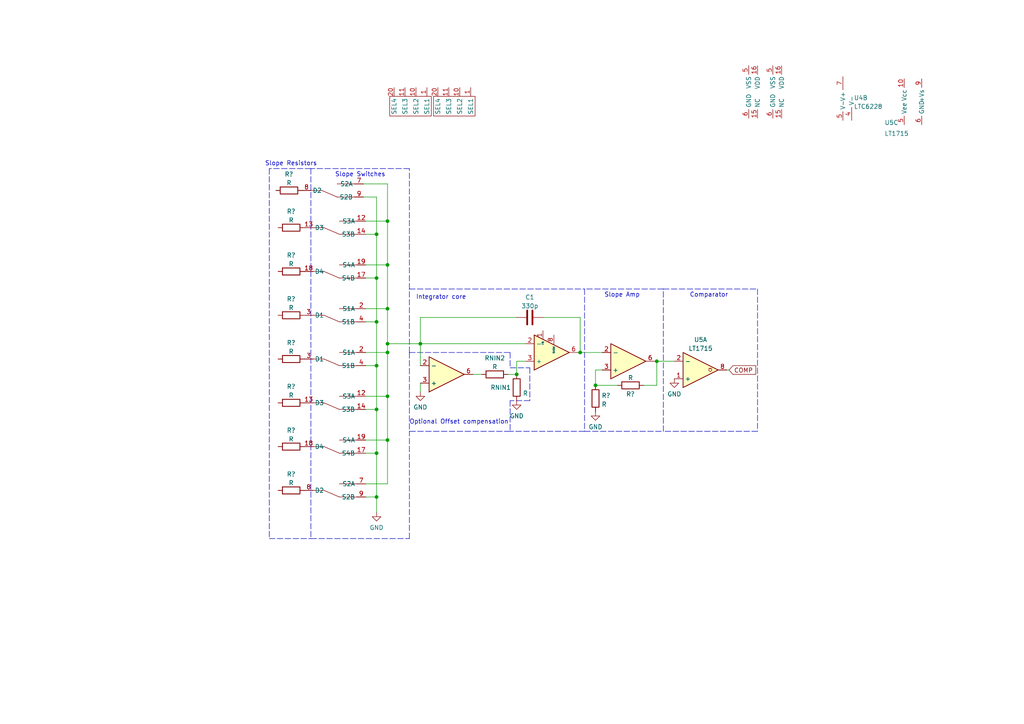
<source format=kicad_sch>
(kicad_sch (version 20211123) (generator eeschema)
  (paper "A4")
  (lib_symbols
    (symbol "Device:C" (pin_numbers hide) (pin_names (offset 0.254))
      (property "Reference" "C" (at 0.635 2.54 0))
      (property "Value" "C" (at 0.635 -2.54 0))
      (symbol "C_0_1"
        (polyline (pts (xy -2.032 -0.762) (xy 2.032 -0.762)) (stroke (width 0.508)))
        (polyline (pts (xy -2.032 0.762) (xy 2.032 0.762)) (stroke (width 0.508)))
      )
      (symbol "C_1_1"
        (pin passive line (at 0 3.81 270) (length 2.794) (name "~") (number "1"))
        (pin passive line (at 0 -3.81 90) (length 2.794) (name "~") (number "2"))
      )
    )
    (symbol "Device:R" (pin_numbers hide) (pin_names (offset 0))
      (property "Reference" "R" (at 2.032 0 90))
      (property "Value" "R" (at 0 0 90))
      (symbol "R_0_1"
        (rectangle (start -1.016 -2.54) (end 1.016 2.54) (stroke (width 0.254)))
      )
      (symbol "R_1_1"
        (pin passive line (at 0 3.81 270) (length 1.27) (name "~") (number "1"))
        (pin passive line (at 0 -3.81 90) (length 1.27) (name "~") (number "2"))
      )
    )
    (symbol "LTC6228_1"
      (property "Reference" "U" (at -1.27 10.16 0))
      (property "Value" "LTC6228_1" (at 0 8.255 0))
      (symbol "LTC6228_1_1_1"
        (polyline (pts (xy 0 4.445) (xy 10.16 -0.635) (xy 0 -5.715) (xy 0 4.445)) (stroke (width 0.254)) (fill (type background)))
        (pin output line (at 2.54 -6.985 90) (length 2.54) (name "FB") (number "1"))
        (pin input line (at -2.54 -3.175 0) (length 2.54) (name "-") (number "2"))
        (pin input line (at -2.54 1.905 0) (length 2.54) (name "+") (number "3"))
        (pin output line (at 12.7 -0.635 180) (length 2.54) (name "~") (number "6"))
        (pin input line (at 5.715 -5.715 90) (length 2.7) (name "SHDN") (number "8"))
      )
      (symbol "LTC6228_1_2_1"
        (pin power_in line (at 1.27 -5.715 90) (length 3.81) (name "V-") (number "4"))
        (pin input line (at -1.27 -5.715 90) (length 2.54) (name "V-") (number "5"))
        (pin power_in line (at -1.27 6.985 270) (length 3.81) (name "V+") (number "7"))
      )
    )
    (symbol "VM1085:LT1715"
      (property "Reference" "U" (at 2.2225 4.1275 90))
      (property "Value" "LT1715" (at 2.2225 -0.9525 90))
      (symbol "LT1715_1_1"
        (polyline (pts (xy 0 5.08) (xy 10.16 0) (xy 0 -5.08) (xy 0 5.08)) (stroke (width 0.254)) (fill (type background)))
        (polyline (pts (xy 8.382 -0.508) (xy 7.874 -0.508) (xy 8.382 0) (xy 7.874 0.508) (xy 7.366 0) (xy 7.874 -0.508) (xy 7.366 -0.508)) (stroke (width 0.127)))
        (pin input line (at -2.54 2.54 0) (length 2.54) (name "+") (number "1"))
        (pin input line (at -2.54 -2.54 0) (length 2.54) (name "-") (number "2"))
        (pin open_collector line (at 12.7 0 180) (length 2.54) (name "~") (number "8"))
      )
      (symbol "LT1715_2_1"
        (polyline (pts (xy 0 5.08) (xy 10.16 0) (xy 0 -5.08) (xy 0 5.08)) (stroke (width 0.254)) (fill (type background)))
        (polyline (pts (xy 8.382 -0.508) (xy 7.874 -0.508) (xy 8.382 0) (xy 7.874 0.508) (xy 7.366 0) (xy 7.874 -0.508) (xy 7.366 -0.508)) (stroke (width 0.127)))
        (pin input line (at -2.54 -2.54 0) (length 2.54) (name "-") (number "3"))
        (pin input line (at -2.54 2.54 0) (length 2.54) (name "+") (number "4"))
        (pin open_collector line (at 12.7 0 180) (length 2.54) (name "~") (number "7"))
      )
      (symbol "LT1715_3_1"
        (pin input line (at 0 6.35 270) (length 2.54) (name "Vcc") (number "10"))
        (pin input line (at 0 -6.985 90) (length 2.54) (name "Vee") (number "5"))
        (pin input line (at 5.08 -6.985 90) (length 2.54) (name "GND") (number "6"))
        (pin input line (at 5.08 6.35 270) (length 2.54) (name "+Vs") (number "9"))
      )
    )
    (symbol "VM1085:LTC6228"
      (property "Reference" "U" (at -1.27 10.16 0))
      (property "Value" "LTC6228" (at 0 8.255 0))
      (symbol "LTC6228_1_1"
        (polyline (pts (xy 0 4.445) (xy 10.16 -0.635) (xy 0 -5.715) (xy 0 4.445)) (stroke (width 0.254)) (fill (type background)))
        (pin output line (at 2.54 5.715 270) (length 2.54) (name "FB") (number "1"))
        (pin input line (at -2.54 -3.175 0) (length 2.54) (name "-") (number "2"))
        (pin input line (at -2.54 1.905 0) (length 2.54) (name "+") (number "3"))
        (pin output line (at 12.7 -0.635 180) (length 2.54) (name "~") (number "6"))
        (pin input line (at 5.715 4.445 270) (length 2.7) (name "SHDN") (number "8"))
      )
      (symbol "LTC6228_2_1"
        (pin power_in line (at 1.27 -5.715 90) (length 3.81) (name "V-") (number "4"))
        (pin input line (at -1.27 -5.715 90) (length 2.54) (name "V-") (number "5"))
        (pin power_in line (at -1.27 6.985 270) (length 3.81) (name "V+") (number "7"))
      )
    )
    (symbol "VM1085:OPA145"
      (property "Reference" "U" (at 5.715 3.175 0))
      (property "Value" "OPA145" (at 5.08 5.08 0))
      (symbol "OPA145_1_1"
        (polyline (pts (xy -2.54 5.08) (xy 7.62 0) (xy -2.54 -5.08) (xy -2.54 5.08)) (stroke (width 0.254)) (fill (type background)))
        (pin input line (at -5.08 -2.54 0) (length 2.54) (name "-") (number "2"))
        (pin input line (at -5.08 2.54 0) (length 2.54) (name "+") (number "3"))
        (pin output line (at 10.16 0 180) (length 2.54) (name "~") (number "6"))
      )
      (symbol "OPA145_2_1"
        (pin power_in line (at 0 -7.62 90) (length 3.81) (name "V-") (number "4"))
        (pin power_in line (at 0 7.62 270) (length 3.81) (name "V+") (number "7"))
      )
    )
    (symbol "VM1085:TMUX1134"
      (symbol "TMUX1134_1_0"
        (polyline (pts (xy -6.35 0) (xy -3.175 0)) (stroke (width 0.1524)))
        (polyline (pts (xy -3.175 0) (xy 1.27 -1.905)) (stroke (width 0.1524)))
        (polyline (pts (xy 6.35 1.905) (xy 1.27 1.905)) (stroke (width 0.1524)))
      )
      (symbol "TMUX1134_1_1"
        (polyline (pts (xy 6.35 -1.905) (xy 1.27 -1.905)) (stroke (width 0.1524)))
        (pin passive line (at 8.89 1.905 180) (length 2.54) (name "S1A") (number "2"))
        (pin passive line (at -8.89 0 0) (length 2.54) (name "D1") (number "3"))
        (pin passive line (at 8.89 -1.905 180) (length 2.54) (name "S1B") (number "4"))
      )
      (symbol "TMUX1134_2_0"
        (polyline (pts (xy -6.35 0) (xy -3.175 0)) (stroke (width 0.1524)))
        (polyline (pts (xy -3.175 0) (xy 1.27 -1.905)) (stroke (width 0.1524)))
        (polyline (pts (xy 6.35 1.905) (xy 1.27 1.905)) (stroke (width 0.1524)))
      )
      (symbol "TMUX1134_2_1"
        (polyline (pts (xy 6.35 -1.905) (xy 1.27 -1.905)) (stroke (width 0.1524)))
        (pin passive line (at 8.89 1.905 180) (length 2.54) (name "S2A") (number "7"))
        (pin passive line (at -8.89 0 0) (length 2.54) (name "D2") (number "8"))
        (pin passive line (at 8.89 -1.905 180) (length 2.54) (name "S2B") (number "9"))
      )
      (symbol "TMUX1134_3_0"
        (polyline (pts (xy -6.35 0) (xy -3.175 0)) (stroke (width 0.1524)))
        (polyline (pts (xy -3.175 0) (xy 1.27 -1.905)) (stroke (width 0.1524)))
        (polyline (pts (xy 6.35 1.905) (xy 1.27 1.905)) (stroke (width 0.1524)))
      )
      (symbol "TMUX1134_3_1"
        (polyline (pts (xy 6.35 -1.905) (xy 1.27 -1.905)) (stroke (width 0.1524)))
        (pin passive line (at 8.89 1.905 180) (length 2.54) (name "S3A") (number "12"))
        (pin passive line (at -8.89 0 0) (length 2.54) (name "D3") (number "13"))
        (pin passive line (at 8.89 -1.905 180) (length 2.54) (name "S3B") (number "14"))
      )
      (symbol "TMUX1134_4_0"
        (polyline (pts (xy -6.35 0) (xy -3.175 0)) (stroke (width 0.1524)))
        (polyline (pts (xy -3.175 0) (xy 1.27 -1.905)) (stroke (width 0.1524)))
        (polyline (pts (xy 6.35 1.905) (xy 1.27 1.905)) (stroke (width 0.1524)))
      )
      (symbol "TMUX1134_4_1"
        (polyline (pts (xy 6.35 -1.905) (xy 1.27 -1.905)) (stroke (width 0.1524)))
        (pin passive line (at 8.89 -1.905 180) (length 2.54) (name "S4B") (number "17"))
        (pin passive line (at -8.89 0 0) (length 2.54) (name "D4") (number "18"))
        (pin passive line (at 8.89 1.905 180) (length 2.54) (name "S4A") (number "19"))
      )
      (symbol "TMUX1134_5_0"
        (rectangle (start 0 7.62) (end 5.715 -4.445) (stroke (width 0.1524)))
      )
      (symbol "TMUX1134_5_1"
        (pin passive line (at -2.54 6.35 0) (length 2.54) (name "SEL1") (number "1"))
        (pin passive line (at -2.54 3.175 0) (length 2.54) (name "SEL2") (number "10"))
        (pin passive line (at -2.54 0 0) (length 2.54) (name "SEL3") (number "11"))
        (pin passive line (at -2.54 -3.175 0) (length 2.54) (name "SEL4") (number "20"))
      )
      (symbol "TMUX1134_6_1"
        (pin passive line (at 2.54 -7.62 90) (length 2.54) (name "NC") (number "15"))
        (pin passive line (at 2.54 7.62 270) (length 2.54) (name "VDD") (number "16"))
        (pin passive line (at 0 7.62 270) (length 2.54) (name "VSS") (number "5"))
        (pin passive line (at 0 -7.62 90) (length 2.54) (name "GND") (number "6"))
      )
    )
    (symbol "power:GND" (power) (pin_names (offset 0))
      (property "Value" "GND" (at 0 -3.81 0))
      (symbol "GND_0_1"
        (polyline (pts (xy 0 0) (xy 0 -1.27) (xy 1.27 -1.27) (xy 0 -2.54) (xy -1.27 -1.27) (xy 0 -1.27)))
      )
      (symbol "GND_1_1"
        (pin power_in line (at 0 0 270) (length 0) hide (name "GND") (number "1"))
      )
    )
  )
  (junction (at 109.22 131.445))
  (junction (at 109.22 118.745))
  (junction (at 112.395 114.935))
  (junction (at 172.72 111.76))
  (junction (at 109.22 106.045))
  (junction (at 109.22 144.145))
  (junction (at 112.395 89.535))
  (junction (at 112.395 102.235))
  (junction (at 112.395 99.695))
  (junction (at 109.22 93.345))
  (junction (at 109.22 67.945))
  (junction (at 121.92 99.695))
  (junction (at 109.22 80.645))
  (junction (at 168.275 102.235))
  (junction (at 112.395 127.635))
  (junction (at 190.5 104.775))
  (junction (at 149.86 108.585))
  (junction (at 112.395 64.135))
  (junction (at 112.395 76.835))
  (polyline (pts (xy 118.745 102.235) (xy 118.745 125.095)))
  (wire (pts (xy 147.32 108.585) (xy 149.86 108.585)))
  (wire (pts (xy 106.045 127.635) (xy 112.395 127.635)))
  (polyline (pts (xy 147.955 102.235) (xy 147.955 106.68)))
  (wire (pts (xy 112.395 76.835) (xy 112.395 89.535)))
  (wire (pts (xy 172.72 107.315) (xy 174.625 107.315)))
  (wire (pts (xy 112.395 102.235) (xy 112.395 114.935)))
  (wire (pts (xy 106.045 89.535) (xy 112.395 89.535)))
  (wire (pts (xy 157.48 92.075) (xy 168.275 92.075)))
  (wire (pts (xy 109.22 93.345) (xy 109.22 80.645)))
  (wire (pts (xy 105.41 53.34) (xy 112.395 53.34)))
  (wire (pts (xy 109.22 80.645) (xy 106.045 80.645)))
  (wire (pts (xy 152.4 99.695) (xy 121.92 99.695)))
  (wire (pts (xy 168.275 92.075) (xy 168.275 102.235)))
  (polyline (pts (xy 147.955 125.095) (xy 118.745 125.095)))
  (polyline (pts (xy 90.17 48.895) (xy 78.105 48.895)))
  (polyline (pts (xy 90.17 156.21) (xy 118.745 156.21)))
  (wire (pts (xy 109.22 144.145) (xy 109.22 148.59)))
  (wire (pts (xy 112.395 99.695) (xy 121.92 99.695)))
  (polyline (pts (xy 169.545 83.82) (xy 169.545 125.095)))
  (wire (pts (xy 112.395 114.935) (xy 112.395 127.635)))
  (wire (pts (xy 106.045 76.835) (xy 112.395 76.835)))
  (polyline (pts (xy 78.105 48.895) (xy 78.105 156.21)))
  (polyline (pts (xy 192.405 125.095) (xy 192.405 83.82)))
  (wire (pts (xy 121.92 111.125) (xy 121.92 113.665)))
  (wire (pts (xy 106.045 144.145) (xy 109.22 144.145)))
  (polyline (pts (xy 90.17 48.895) (xy 90.17 156.21)))
  (polyline (pts (xy 147.955 106.68) (xy 153.67 106.68)))
  (wire (pts (xy 112.395 99.695) (xy 112.395 102.235)))
  (wire (pts (xy 112.395 140.335) (xy 106.045 140.335)))
  (polyline (pts (xy 118.745 83.82) (xy 169.545 83.82)))
  (wire (pts (xy 121.92 99.695) (xy 121.92 106.045)))
  (wire (pts (xy 106.045 131.445) (xy 109.22 131.445)))
  (polyline (pts (xy 219.71 125.095) (xy 192.405 125.095)))
  (polyline (pts (xy 192.405 83.82) (xy 219.71 83.82)))
  (wire (pts (xy 121.92 92.075) (xy 121.92 99.695)))
  (wire (pts (xy 106.045 102.235) (xy 112.395 102.235)))
  (wire (pts (xy 106.045 106.045) (xy 109.22 106.045)))
  (wire (pts (xy 112.395 127.635) (xy 112.395 140.335)))
  (wire (pts (xy 190.5 111.76) (xy 190.5 104.775)))
  (polyline (pts (xy 118.745 102.235) (xy 147.955 102.235)))
  (wire (pts (xy 112.395 53.34) (xy 112.395 64.135)))
  (wire (pts (xy 137.16 108.585) (xy 139.7 108.585)))
  (wire (pts (xy 112.395 64.135) (xy 112.395 76.835)))
  (polyline (pts (xy 78.105 156.21) (xy 90.17 156.21)))
  (polyline (pts (xy 153.67 106.68) (xy 153.67 116.205)))
  (polyline (pts (xy 153.67 116.205) (xy 147.955 116.205)))
  (polyline (pts (xy 169.545 125.095) (xy 147.955 125.095)))
  (wire (pts (xy 149.86 104.775) (xy 149.86 108.585)))
  (wire (pts (xy 112.395 89.535) (xy 112.395 99.695)))
  (wire (pts (xy 109.22 67.945) (xy 109.22 57.15)))
  (polyline (pts (xy 169.545 125.095) (xy 192.405 125.095)))
  (wire (pts (xy 190.5 104.775) (xy 195.58 104.775)))
  (wire (pts (xy 189.865 104.775) (xy 190.5 104.775)))
  (wire (pts (xy 172.72 111.76) (xy 179.07 111.76)))
  (wire (pts (xy 106.045 93.345) (xy 109.22 93.345)))
  (polyline (pts (xy 118.745 102.235) (xy 118.745 83.82)))
  (wire (pts (xy 109.22 67.945) (xy 106.045 67.945)))
  (polyline (pts (xy 192.405 83.82) (xy 169.545 83.82)))
  (wire (pts (xy 109.22 131.445) (xy 109.22 144.145)))
  (wire (pts (xy 109.22 93.345) (xy 109.22 106.045)))
  (polyline (pts (xy 118.745 156.21) (xy 118.745 125.095)))
  (polyline (pts (xy 219.71 83.82) (xy 219.71 125.095)))
  (wire (pts (xy 172.72 107.315) (xy 172.72 111.76)))
  (wire (pts (xy 109.22 106.045) (xy 109.22 118.745)))
  (wire (pts (xy 168.275 102.235) (xy 174.625 102.235)))
  (wire (pts (xy 106.045 118.745) (xy 109.22 118.745)))
  (polyline (pts (xy 118.745 83.82) (xy 118.745 48.895)))
  (wire (pts (xy 211.455 107.315) (xy 210.82 107.315)))
  (wire (pts (xy 109.22 80.645) (xy 109.22 67.945)))
  (wire (pts (xy 109.22 118.745) (xy 109.22 131.445)))
  (wire (pts (xy 106.045 114.935) (xy 112.395 114.935)))
  (wire (pts (xy 152.4 104.775) (xy 149.86 104.775)))
  (wire (pts (xy 186.69 111.76) (xy 190.5 111.76)))
  (wire (pts (xy 106.045 64.135) (xy 112.395 64.135)))
  (polyline (pts (xy 118.745 48.895) (xy 90.17 48.895)))
  (wire (pts (xy 149.86 92.075) (xy 121.92 92.075)))
  (wire (pts (xy 109.22 57.15) (xy 105.41 57.15)))
  (wire (pts (xy 167.64 102.235) (xy 168.275 102.235)))
  (polyline (pts (xy 147.955 116.205) (xy 147.955 125.095)))
  (text "Integrator core\n" (at 120.65 86.995 0) (effects (font (size 1.27 1.27)) (justify left bottom)))
  (text "Comparator\n" (at 200.025 86.36 0) (effects (font (size 1.27 1.27)) (justify left bottom)))
  (text "Slope Switches" (at 97.155 51.435 0) (effects (font (size 1.27 1.27)) (justify left bottom)))
  (text "Optional Offset compensation\n" (at 118.745 123.19 0) (effects (font (size 1.27 1.27)) (justify left bottom)))
  (text "Slope Amp\n" (at 175.26 86.36 0) (effects (font (size 1.27 1.27)) (justify left bottom)))
  (text "Slope Resistors" (at 76.835 48.26 0) (effects (font (size 1.27 1.27)) (justify left bottom)))
  (global_label "COMP" (shape input) (at 211.455 107.315 0) (property "Intersheet References" "${INTERSHEET_REFS}" (effects hide)))
  (symbol (lib_id "power:GND") (at 109.22 148.59 0) (unit 1)
    (property "Reference" "#PWR0102" (effects hide))
    (property "Value" "GND" (at 109.22 153.0334 0))
  )
  (symbol (lib_id "Device:R") (at 84.455 116.84 90) (unit 1)
    (property "Reference" "R?" (at 84.455 112.1242 90))
    (property "Value" "R" (at 84.455 114.6611 90))
  )
  (symbol (lib_id "Device:R") (at 84.455 142.24 90) (unit 1)
    (property "Reference" "R?" (at 84.455 137.5242 90))
    (property "Value" "R" (at 84.455 140.0611 90))
  )
  (symbol (lib_id "VM1085:OPA145") (at 127 108.585 0) (mirror x) (unit 1)
    (property "Reference" "U3" (effects hide))
    (property "Value" "OPA145" (effects hide))
    (property "Footprint" "Package_SO:MSOP-8_3x3mm_P0.65mm" (effects hide))
  )
  (symbol (lib_id "VM1085:TMUX1134") (at 97.155 116.84 0) (unit 3)
    (property "Reference" "S1" (effects hide))
    (property "Value" "TMUX1134" (effects hide))
  )
  (symbol (lib_name "LTC6228_1") (lib_id "VM1085:LTC6228") (at 154.94 102.87 0) (mirror x) (unit 1)
    (property "Reference" "U4" (effects hide))
    (property "Value" "LTC6228" (effects hide))
    (property "Footprint" "Package_SO:SO-8_5.3x6.2mm_P1.27mm" (effects hide))
  )
  (symbol (lib_id "VM1085:TMUX1134") (at 97.155 66.04 0) (unit 3)
    (property "Reference" "S2" (effects hide))
    (property "Value" "TMUX1134" (effects hide))
  )
  (symbol (lib_id "VM1085:TMUX1134") (at 97.155 104.14 0) (unit 1)
    (property "Reference" "S2" (effects hide))
    (property "Value" "TMUX1134" (effects hide))
  )
  (symbol (lib_id "VM1085:LTC6228") (at 245.745 29.21 0) (unit 2)
    (property "Reference" "U4" (at 247.65 28.3753 0) (effects (justify left)))
    (property "Value" "LTC6228" (at 247.65 30.9122 0) (effects (justify left)))
    (property "Footprint" "Package_SO:SO-8_5.3x6.2mm_P1.27mm" (effects hide))
  )
  (symbol (lib_id "Device:R") (at 172.72 115.57 0) (unit 1)
    (property "Reference" "R?" (at 174.498 114.7353 0) (effects (justify left)))
    (property "Value" "R" (at 174.498 117.2722 0) (effects (justify left)))
  )
  (symbol (lib_id "power:GND") (at 149.86 116.205 0) (unit 1)
    (property "Reference" "#PWR?" (effects hide))
    (property "Value" "GND" (at 149.86 120.6484 0))
  )
  (symbol (lib_id "Device:R") (at 182.88 111.76 270) (unit 1)
    (property "Reference" "R?" (at 182.88 114.3 90))
    (property "Value" "R" (at 182.88 109.5811 90))
  )
  (symbol (lib_id "power:GND") (at 172.72 119.38 0) (unit 1)
    (property "Reference" "#PWR?" (effects hide))
    (property "Value" "GND" (at 172.72 123.8234 0))
  )
  (symbol (lib_id "Device:R") (at 83.82 55.245 90) (unit 1)
    (property "Reference" "R?" (at 83.82 50.5292 90))
    (property "Value" "R" (at 83.82 53.0661 90))
  )
  (symbol (lib_id "VM1085:TMUX1134") (at 97.155 129.54 0) (unit 4)
    (property "Reference" "S1" (effects hide))
    (property "Value" "TMUX1134" (effects hide))
  )
  (symbol (lib_id "Device:C") (at 153.67 92.075 90) (unit 1)
    (property "Reference" "C1" (at 153.67 86.2162 90))
    (property "Value" "330p" (at 153.67 88.7531 90))
  )
  (symbol (lib_id "VM1085:TMUX1134") (at 97.155 91.44 0) (unit 1)
    (property "Reference" "S1" (effects hide))
    (property "Value" "TMUX1134" (effects hide))
  )
  (symbol (lib_id "Device:R") (at 84.455 66.04 90) (unit 1)
    (property "Reference" "R?" (at 84.455 61.3242 90))
    (property "Value" "R" (at 84.455 63.8611 90))
  )
  (symbol (lib_id "power:GND") (at 121.92 113.665 0) (unit 1)
    (property "Reference" "#PWR?" (effects hide))
    (property "Value" "GND" (at 121.92 118.1084 0))
  )
  (symbol (lib_id "VM1085:TMUX1134") (at 217.17 26.67 0) (unit 6)
    (property "Reference" "S1" (effects hide))
    (property "Value" "TMUX1134" (effects hide))
  )
  (symbol (lib_id "Device:R") (at 84.455 104.14 90) (unit 1)
    (property "Reference" "R?" (at 84.455 99.4242 90))
    (property "Value" "R" (at 84.455 101.9611 90))
  )
  (symbol (lib_id "VM1085:TMUX1134") (at 97.155 78.74 0) (unit 4)
    (property "Reference" "S2" (effects hide))
    (property "Value" "TMUX1134" (effects hide))
  )
  (symbol (lib_id "VM1085:TMUX1134") (at 96.52 55.245 0) (unit 2)
    (property "Reference" "S2" (effects hide))
    (property "Value" "TMUX1134" (effects hide))
  )
  (symbol (lib_id "VM1085:LT1715") (at 262.255 29.21 0) (unit 3)
    (property "Reference" "U5" (at 256.54 35.56 0) (effects (justify left)))
    (property "Value" "LT1715" (at 256.54 38.735 0) (effects (justify left)))
    (property "Footprint" "Package_SO:MSOP-10_3x3mm_P0.5mm" (effects hide))
  )
  (symbol (lib_id "VM1085:TMUX1134") (at 117.475 27.94 270) (unit 5)
    (property "Reference" "S1" (effects hide))
    (property "Value" "TMUX1134" (effects hide))
  )
  (symbol (lib_id "Device:R") (at 84.455 129.54 90) (unit 1)
    (property "Reference" "R?" (at 84.455 124.8242 90))
    (property "Value" "R" (at 84.455 127.3611 90))
  )
  (symbol (lib_id "Device:R") (at 84.455 78.74 90) (unit 1)
    (property "Reference" "R?" (at 84.455 74.0242 90))
    (property "Value" "R" (at 84.455 76.5611 90))
  )
  (symbol (lib_id "Device:R") (at 84.455 91.44 90) (unit 1)
    (property "Reference" "R?" (at 84.455 86.7242 90))
    (property "Value" "R" (at 84.455 89.2611 90))
  )
  (symbol (lib_id "Device:R") (at 149.86 112.395 0) (unit 1)
    (property "Reference" "RNIN1" (at 142.24 112.395 0) (effects (justify left)))
    (property "Value" "R" (at 151.638 114.0972 0) (effects (justify left)))
  )
  (symbol (lib_id "VM1085:LT1715") (at 198.12 107.315 0) (mirror x) (unit 1)
    (property "Reference" "U5" (at 203.2 98.5352 0))
    (property "Value" "LT1715" (at 203.2 101.0721 0))
    (property "Footprint" "Package_SO:MSOP-10_3x3mm_P0.5mm" (effects hide))
  )
  (symbol (lib_id "Device:R") (at 143.51 108.585 270) (unit 1)
    (property "Reference" "RNIN2" (at 143.51 103.8692 90))
    (property "Value" "R" (at 143.51 106.4061 90))
  )
  (symbol (lib_id "power:GND") (at 195.58 109.855 0) (unit 1)
    (property "Reference" "#PWR0101" (effects hide))
    (property "Value" "GND" (at 195.58 114.2984 0))
  )
  (symbol (lib_id "VM1085:TMUX1134") (at 97.155 142.24 0) (unit 2)
    (property "Reference" "S1" (effects hide))
    (property "Value" "TMUX1134" (effects hide))
  )
  (symbol (lib_id "VM1085:OPA145") (at 179.705 104.775 0) (mirror x) (unit 1)
    (property "Reference" "U?" (effects hide))
    (property "Value" "OPA145" (effects hide))
    (property "Footprint" "Package_SO:MSOP-8_3x3mm_P0.65mm" (effects hide))
  )
  (symbol (lib_id "VM1085:TMUX1134") (at 224.155 26.67 0) (unit 6)
    (property "Reference" "S2" (effects hide))
    (property "Value" "TMUX1134" (effects hide))
  )
  (symbol (lib_id "VM1085:TMUX1134") (at 130.175 27.94 270) (unit 5)
    (property "Reference" "S2" (effects hide))
    (property "Value" "TMUX1134" (effects hide))
  )
)
</source>
